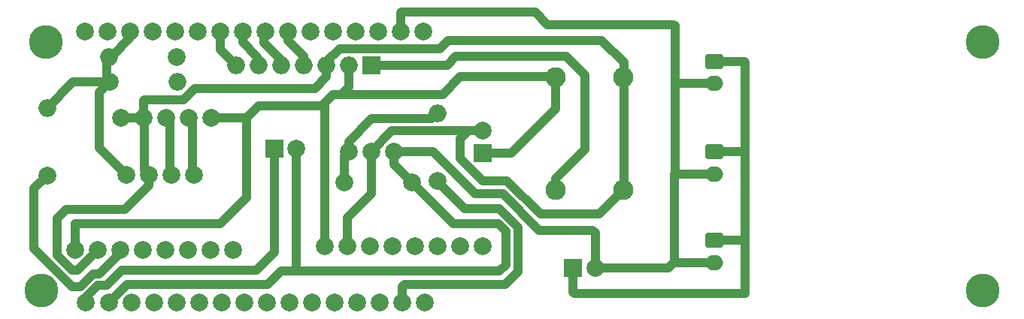
<source format=gbr>
%TF.GenerationSoftware,KiCad,Pcbnew,(6.0.7)*%
%TF.CreationDate,2022-09-01T21:18:45+02:00*%
%TF.ProjectId,AirQualitySensorBreakOutBoard,41697251-7561-46c6-9974-7953656e736f,rev?*%
%TF.SameCoordinates,Original*%
%TF.FileFunction,Copper,L1,Top*%
%TF.FilePolarity,Positive*%
%FSLAX46Y46*%
G04 Gerber Fmt 4.6, Leading zero omitted, Abs format (unit mm)*
G04 Created by KiCad (PCBNEW (6.0.7)) date 2022-09-01 21:18:45*
%MOMM*%
%LPD*%
G01*
G04 APERTURE LIST*
G04 Aperture macros list*
%AMRoundRect*
0 Rectangle with rounded corners*
0 $1 Rounding radius*
0 $2 $3 $4 $5 $6 $7 $8 $9 X,Y pos of 4 corners*
0 Add a 4 corners polygon primitive as box body*
4,1,4,$2,$3,$4,$5,$6,$7,$8,$9,$2,$3,0*
0 Add four circle primitives for the rounded corners*
1,1,$1+$1,$2,$3*
1,1,$1+$1,$4,$5*
1,1,$1+$1,$6,$7*
1,1,$1+$1,$8,$9*
0 Add four rect primitives between the rounded corners*
20,1,$1+$1,$2,$3,$4,$5,0*
20,1,$1+$1,$4,$5,$6,$7,0*
20,1,$1+$1,$6,$7,$8,$9,0*
20,1,$1+$1,$8,$9,$2,$3,0*%
G04 Aperture macros list end*
%TA.AperFunction,ComponentPad*%
%ADD10RoundRect,0.250000X-0.750000X0.600000X-0.750000X-0.600000X0.750000X-0.600000X0.750000X0.600000X0*%
%TD*%
%TA.AperFunction,ComponentPad*%
%ADD11O,2.000000X1.700000*%
%TD*%
%TA.AperFunction,ComponentPad*%
%ADD12C,3.800000*%
%TD*%
%TA.AperFunction,ComponentPad*%
%ADD13C,2.000000*%
%TD*%
%TA.AperFunction,ComponentPad*%
%ADD14R,2.000000X2.000000*%
%TD*%
%TA.AperFunction,ComponentPad*%
%ADD15O,2.000000X2.000000*%
%TD*%
%TA.AperFunction,ComponentPad*%
%ADD16C,2.286000*%
%TD*%
%TA.AperFunction,Conductor*%
%ADD17C,1.000000*%
%TD*%
G04 APERTURE END LIST*
D10*
%TO.P,J2,1,Pin_1*%
%TO.N,Solar_IN*%
X93725000Y-20050000D03*
D11*
%TO.P,J2,2,Pin_2*%
%TO.N,GND*%
X93725000Y-22550000D03*
%TD*%
D12*
%TO.P,,1*%
%TO.N,N/C*%
X123900000Y-17900000D03*
%TD*%
D13*
%TO.P,U1,1,VCC*%
%TO.N,5V0*%
X21710000Y-41365000D03*
%TO.P,U1,2,GND*%
%TO.N,VDD2*%
X24250000Y-41365000D03*
%TO.P,U1,3,SET*%
%TO.N,PULLUP_1*%
X26790000Y-41365000D03*
%TO.P,U1,4,RXD*%
%TO.N,TX1*%
X29330000Y-41365000D03*
%TO.P,U1,5,TXD*%
%TO.N,RX1*%
X31870000Y-41365000D03*
%TO.P,U1,6,RESET*%
%TO.N,PULLUP_1*%
X34410000Y-41365000D03*
%TO.P,U1,7,NC*%
%TO.N,unconnected-(U1-Pad7)*%
X36950000Y-41365000D03*
%TO.P,U1,8,NC*%
%TO.N,unconnected-(U1-Pad8)*%
X39490000Y-41365000D03*
%TD*%
D14*
%TO.P,C1,1*%
%TO.N,5V0*%
X67600000Y-30382379D03*
D13*
%TO.P,C1,2*%
%TO.N,VDD2*%
X67600000Y-27882379D03*
%TD*%
%TO.P,R1,1*%
%TO.N,VDD_EN*%
X62500000Y-33510000D03*
D15*
%TO.P,R1,2*%
%TO.N,Net-(Q1-Pad1)*%
X62500000Y-25890000D03*
%TD*%
D13*
%TO.P,U4,1,VIN*%
%TO.N,3V3*%
X27490000Y-32865000D03*
%TO.P,U4,2,GND*%
%TO.N,VDD2*%
X30030000Y-32865000D03*
%TO.P,U4,3,SCL*%
%TO.N,SCL*%
X32570000Y-32865000D03*
%TO.P,U4,4,SDA*%
%TO.N,SDA*%
X35110000Y-32865000D03*
%TD*%
%TO.P,R4,1*%
%TO.N,3V3*%
X25590000Y-22400000D03*
D15*
%TO.P,R4,2*%
%TO.N,SDA*%
X33210000Y-22400000D03*
%TD*%
D13*
%TO.P,R5,1*%
%TO.N,GND*%
X59610000Y-33700000D03*
%TO.P,R5,2*%
%TO.N,Net-(Q1-Pad1)*%
X51990000Y-33700000D03*
%TD*%
%TO.P,Q1,1,G*%
%TO.N,Net-(Q1-Pad1)*%
X52500000Y-30200000D03*
%TO.P,Q1,2,D*%
%TO.N,VDD2*%
X55040000Y-30200000D03*
%TO.P,Q1,3,S*%
%TO.N,GND*%
X57580000Y-30200000D03*
%TD*%
%TO.P,R3,1*%
%TO.N,SCL*%
X33110000Y-19600000D03*
D15*
%TO.P,R3,2*%
%TO.N,3V3*%
X25490000Y-19600000D03*
%TD*%
D12*
%TO.P,REF\u002A\u002A,1*%
%TO.N,N/C*%
X17900000Y-45900000D03*
%TD*%
D14*
%TO.P,J4,1,Pin_1*%
%TO.N,3V3*%
X55100000Y-20500000D03*
D15*
%TO.P,J4,2,Pin_2*%
%TO.N,5V0*%
X52560000Y-20500000D03*
%TO.P,J4,3,Pin_3*%
%TO.N,VDD2*%
X50020000Y-20500000D03*
%TO.P,J4,4,Pin_4*%
%TO.N,SPI_SS*%
X47480000Y-20500000D03*
%TO.P,J4,5,Pin_5*%
%TO.N,SPI_SCK*%
X44940000Y-20500000D03*
%TO.P,J4,6,Pin_6*%
%TO.N,SPI_MISO*%
X42400000Y-20500000D03*
%TO.P,J4,7,Pin_7*%
%TO.N,SPI_MOSI*%
X39860000Y-20500000D03*
%TD*%
D14*
%TO.P,C3,1*%
%TO.N,Solar_IN*%
X77800000Y-43400000D03*
D13*
%TO.P,C3,2*%
%TO.N,GND*%
X80300000Y-43400000D03*
%TD*%
D14*
%TO.P,C2,1*%
%TO.N,3V3*%
X44117621Y-29900000D03*
D13*
%TO.P,C2,2*%
%TO.N,GND*%
X46617621Y-29900000D03*
%TD*%
%TO.P,U6,0,0*%
%TO.N,unconnected-(U6-Pad0)*%
X53314649Y-16653002D03*
%TO.P,U6,01,TXD*%
%TO.N,unconnected-(U6-Pad01)*%
X22834649Y-16653002D03*
%TO.P,U6,02,02*%
%TO.N,unconnected-(U6-Pad02)*%
X48354649Y-47243002D03*
%TO.P,U6,03,RXD*%
%TO.N,unconnected-(U6-Pad03)*%
X25374649Y-16653002D03*
%TO.P,U6,3V3,3V3*%
%TO.N,3V3*%
X22894649Y-47263002D03*
X27914649Y-16653002D03*
%TO.P,U6,04,04*%
%TO.N,unconnected-(U6-Pad04)*%
X45814649Y-47243002D03*
%TO.P,U6,05,SPI__SS*%
%TO.N,SPI_SS*%
X45694649Y-16653002D03*
%TO.P,U6,12,12*%
%TO.N,VDD_EN*%
X58514649Y-47243002D03*
%TO.P,U6,13,13*%
%TO.N,unconnected-(U6-Pad13)*%
X55974649Y-47243002D03*
%TO.P,U6,14,14*%
%TO.N,unconnected-(U6-Pad14)*%
X53434649Y-47243002D03*
%TO.P,U6,15,15*%
%TO.N,unconnected-(U6-Pad15)*%
X50894649Y-47243002D03*
%TO.P,U6,18,SPI_SCK*%
%TO.N,SPI_SCK*%
X43154649Y-16653002D03*
%TO.P,U6,19,SPI_MISO*%
%TO.N,SPI_MISO*%
X40614649Y-16653002D03*
%TO.P,U6,21,I2C_SDA*%
%TO.N,SDA*%
X35534649Y-16653002D03*
%TO.P,U6,22,I2C_SCL*%
%TO.N,SCL*%
X32994649Y-16653002D03*
%TO.P,U6,23,SPI_MOSI*%
%TO.N,SPI_MOSI*%
X38074649Y-16653002D03*
%TO.P,U6,25,25*%
%TO.N,unconnected-(U6-Pad25)*%
X38194649Y-47243002D03*
%TO.P,U6,26,26*%
%TO.N,unconnected-(U6-Pad26)*%
X40734649Y-47243002D03*
%TO.P,U6,27,27*%
%TO.N,unconnected-(U6-Pad27)*%
X43274649Y-47243002D03*
%TO.P,U6,32,32*%
%TO.N,TX1*%
X28034649Y-47243002D03*
%TO.P,U6,33,33*%
%TO.N,RX1*%
X30574649Y-47243002D03*
%TO.P,U6,34,34*%
%TO.N,TX2*%
X33114649Y-47243002D03*
%TO.P,U6,35,35*%
%TO.N,RX2*%
X35654649Y-47243002D03*
%TO.P,U6,36,36*%
%TO.N,unconnected-(U6-Pad36)*%
X50774649Y-16653002D03*
%TO.P,U6,39,39*%
%TO.N,unconnected-(U6-Pad39)*%
X48234649Y-16653002D03*
%TO.P,U6,GND,GND*%
%TO.N,GND*%
X25494649Y-47243002D03*
X30454649Y-16653002D03*
X58394649Y-16653002D03*
%TO.P,U6,RST,RST*%
%TO.N,unconnected-(U6-PadRST)*%
X55854649Y-16653002D03*
%TO.P,U6,VBAT,VBAT*%
%TO.N,unconnected-(U6-PadVBAT)*%
X61054649Y-47243002D03*
%TO.P,U6,VIN,VIN*%
%TO.N,unconnected-(U6-PadVIN)*%
X60934649Y-16653002D03*
%TD*%
%TO.P,R2,1*%
%TO.N,PULLUP_1*%
X18600000Y-32910000D03*
D15*
%TO.P,R2,2*%
%TO.N,3V3*%
X18600000Y-25290000D03*
%TD*%
D13*
%TO.P,U2,1,VCC*%
%TO.N,5V0*%
X49810000Y-40880000D03*
%TO.P,U2,2,GND*%
%TO.N,VDD2*%
X52350000Y-40880000D03*
%TO.P,U2,3,SET*%
%TO.N,PULLUP_1*%
X54890000Y-40880000D03*
%TO.P,U2,4,RXD*%
%TO.N,TX2*%
X57430000Y-40880000D03*
%TO.P,U2,5,TXD*%
%TO.N,RX2*%
X59970000Y-40880000D03*
%TO.P,U2,6,RESET*%
%TO.N,PULLUP_1*%
X62510000Y-40880000D03*
%TO.P,U2,7,NC*%
%TO.N,unconnected-(U2-Pad7)*%
X65050000Y-40880000D03*
%TO.P,U2,8,NC*%
%TO.N,unconnected-(U2-Pad8)*%
X67590000Y-40880000D03*
%TD*%
D12*
%TO.P,,1*%
%TO.N,N/C*%
X18400000Y-17900000D03*
%TD*%
%TO.P,,1*%
%TO.N,N/C*%
X123900000Y-45900000D03*
%TD*%
D10*
%TO.P,J1,1,Pin_1*%
%TO.N,Solar_IN*%
X93725000Y-40250000D03*
D11*
%TO.P,J1,2,Pin_2*%
%TO.N,GND*%
X93725000Y-42750000D03*
%TD*%
D13*
%TO.P,U3,1,VDD*%
%TO.N,5V0*%
X37017024Y-26435000D03*
%TO.P,U3,2,SDA*%
%TO.N,SDA*%
X34477024Y-26435000D03*
%TO.P,U3,3,SCL*%
%TO.N,SCL*%
X31938512Y-26413488D03*
%TO.P,U3,4,SEL*%
%TO.N,VDD2*%
X29400000Y-26435001D03*
%TO.P,U3,5,GND*%
X26861488Y-26435001D03*
%TD*%
D16*
%TO.P,REF\u002A\u002A,1*%
%TO.N,3V3*%
X75785000Y-34580000D03*
%TO.P,REF\u002A\u002A,2*%
%TO.N,VDD2*%
X83405000Y-34580000D03*
%TO.P,REF\u002A\u002A,3*%
%TO.N,5V0*%
X75785000Y-21880000D03*
%TO.P,REF\u002A\u002A,4*%
%TO.N,VDD2*%
X83405000Y-21880000D03*
%TD*%
D10*
%TO.P,J3,1,Pin_1*%
%TO.N,Solar_IN*%
X93700000Y-30250000D03*
D11*
%TO.P,J3,2,Pin_2*%
%TO.N,GND*%
X93700000Y-32750000D03*
%TD*%
D17*
%TO.N,VDD2*%
X63700000Y-17700000D02*
X62800000Y-18600000D01*
X81000000Y-17700000D02*
X63700000Y-17700000D01*
X83500000Y-20200000D02*
X81000000Y-17700000D01*
X83500000Y-34500000D02*
X83500000Y-20200000D01*
X80700000Y-37300000D02*
X83500000Y-34500000D01*
X70300000Y-33500000D02*
X74100000Y-37300000D01*
X74100000Y-37300000D02*
X80700000Y-37300000D01*
X67600000Y-33500000D02*
X70300000Y-33500000D01*
X66017621Y-27882379D02*
X65100000Y-28800000D01*
X65100000Y-28800000D02*
X65100000Y-31000000D01*
X65100000Y-31000000D02*
X67600000Y-33500000D01*
X67600000Y-27882379D02*
X66017621Y-27882379D01*
%TO.N,3V3*%
X63600000Y-20500000D02*
X55100000Y-20500000D01*
X64600000Y-19500000D02*
X63600000Y-20500000D01*
X79100000Y-30000000D02*
X79100000Y-21600000D01*
X77000000Y-19500000D02*
X64600000Y-19500000D01*
X75785000Y-34580000D02*
X75785000Y-33315000D01*
X75785000Y-33315000D02*
X79100000Y-30000000D01*
X79100000Y-21600000D02*
X77000000Y-19500000D01*
%TO.N,5V0*%
X75800000Y-21800000D02*
X75800000Y-25400000D01*
X65100000Y-21800000D02*
X75800000Y-21800000D01*
X63085000Y-23815000D02*
X65100000Y-21800000D01*
X51685000Y-23815000D02*
X63085000Y-23815000D01*
X75800000Y-25400000D02*
X70817621Y-30382379D01*
X70817621Y-30382379D02*
X67600000Y-30382379D01*
%TO.N,Net-(Q1-Pad1)*%
X52500000Y-30200000D02*
X51990000Y-30710000D01*
X61890000Y-26500000D02*
X55100000Y-26500000D01*
X62495000Y-25400000D02*
X62495000Y-25515000D01*
X62500000Y-25890000D02*
X61890000Y-26500000D01*
X62495000Y-25515000D02*
X62310000Y-25700000D01*
X52500000Y-29100000D02*
X52500000Y-30200000D01*
X55100000Y-26500000D02*
X52500000Y-29100000D01*
X51990000Y-30710000D02*
X51990000Y-33700000D01*
%TO.N,VDD2*%
X29400000Y-26435001D02*
X29530000Y-26565001D01*
X19700000Y-41900000D02*
X21400000Y-43600000D01*
X19700000Y-37800000D02*
X19700000Y-41900000D01*
X30030000Y-32865000D02*
X30030000Y-34070000D01*
X55040000Y-34960000D02*
X52350000Y-37650000D01*
X50020000Y-21780000D02*
X48700000Y-23100000D01*
X29400000Y-26435001D02*
X26861488Y-26435001D01*
X48700000Y-23100000D02*
X35200000Y-23100000D01*
X29400000Y-24500000D02*
X29400000Y-26435001D01*
X27300000Y-36800000D02*
X20700000Y-36800000D01*
X50020000Y-20500000D02*
X50020000Y-21780000D01*
X24250000Y-41350000D02*
X24250000Y-40865000D01*
X20700000Y-36800000D02*
X19700000Y-37800000D01*
X52350000Y-40880000D02*
X52415126Y-40880000D01*
X21400000Y-43600000D02*
X22000000Y-43600000D01*
X67600000Y-27882379D02*
X57357621Y-27882379D01*
X62700000Y-18600000D02*
X51492234Y-18600000D01*
X51492234Y-18600000D02*
X50020000Y-20072234D01*
X50020000Y-20072234D02*
X50020000Y-20500000D01*
X55040000Y-30200000D02*
X55040000Y-34960000D01*
X29530000Y-26565001D02*
X29530000Y-32365000D01*
X52350000Y-37650000D02*
X52350000Y-40880000D01*
X29500000Y-24400000D02*
X29400000Y-24500000D01*
X33900000Y-24400000D02*
X29500000Y-24400000D01*
X35200000Y-23100000D02*
X33900000Y-24400000D01*
X22000000Y-43600000D02*
X24250000Y-41350000D01*
X30030000Y-34070000D02*
X27300000Y-36800000D01*
X29530000Y-32365000D02*
X30030000Y-32865000D01*
X57357621Y-27882379D02*
X55040000Y-30200000D01*
%TO.N,GND*%
X25494649Y-47243002D02*
X27537651Y-45200000D01*
X73500000Y-14500000D02*
X58500000Y-14500000D01*
X58500000Y-14500000D02*
X58394649Y-14605351D01*
X69400000Y-38400000D02*
X64310000Y-38400000D01*
X44900000Y-43700000D02*
X46800000Y-43700000D01*
X89200000Y-42700000D02*
X88500000Y-43400000D01*
X69500000Y-43700000D02*
X70200000Y-43000000D01*
X66800000Y-35000000D02*
X62000000Y-30200000D01*
X89250000Y-16050000D02*
X89100000Y-15900000D01*
X70200000Y-39200000D02*
X69400000Y-38400000D01*
X80300000Y-39400000D02*
X80000000Y-39100000D01*
X27537651Y-45200000D02*
X43400000Y-45200000D01*
X89250000Y-32750000D02*
X89200000Y-32800000D01*
X74900000Y-15900000D02*
X73500000Y-14500000D01*
X93700000Y-32750000D02*
X89250000Y-32750000D01*
X46617621Y-43517621D02*
X46800000Y-43700000D01*
X89250000Y-22350000D02*
X89250000Y-16050000D01*
X89250000Y-32750000D02*
X89250000Y-22350000D01*
X80300000Y-43400000D02*
X80300000Y-39400000D01*
X89150000Y-42750000D02*
X88600000Y-43300000D01*
X46800000Y-43700000D02*
X69500000Y-43700000D01*
X89450000Y-22550000D02*
X89250000Y-22350000D01*
X93725000Y-42750000D02*
X89150000Y-42750000D01*
X46617621Y-29900000D02*
X46617621Y-43517621D01*
X89100000Y-15900000D02*
X74900000Y-15900000D01*
X57580000Y-31670000D02*
X57580000Y-30200000D01*
X89200000Y-32800000D02*
X89200000Y-42700000D01*
X58394649Y-14605351D02*
X58394649Y-16653002D01*
X64310000Y-38400000D02*
X57580000Y-31670000D01*
X62000000Y-30200000D02*
X57580000Y-30200000D01*
X80000000Y-39100000D02*
X74000000Y-39100000D01*
X88500000Y-43400000D02*
X80300000Y-43400000D01*
X70200000Y-43000000D02*
X70200000Y-39200000D01*
X74000000Y-39100000D02*
X69900000Y-35000000D01*
X93725000Y-22550000D02*
X89450000Y-22550000D01*
X69900000Y-35000000D02*
X66800000Y-35000000D01*
X43400000Y-45200000D02*
X44900000Y-43700000D01*
%TO.N,SCL*%
X32400000Y-26874976D02*
X31938512Y-26413488D01*
X32900000Y-16747651D02*
X32994649Y-16653002D01*
X32400000Y-32695000D02*
X32400000Y-26874976D01*
X32570000Y-32865000D02*
X32400000Y-32695000D01*
%TO.N,5V0*%
X41065000Y-35435000D02*
X38100000Y-38400000D01*
X21700000Y-38400000D02*
X21710000Y-38410000D01*
X49810000Y-25090000D02*
X42410000Y-25090000D01*
X51685000Y-23815000D02*
X50785000Y-23815000D01*
X52560000Y-22940000D02*
X51685000Y-23815000D01*
X42410000Y-25090000D02*
X41065000Y-26435000D01*
X49810000Y-25090000D02*
X49810000Y-40880000D01*
X21710000Y-38410000D02*
X21710000Y-41365000D01*
X41065000Y-26435000D02*
X37017024Y-26435000D01*
X38100000Y-38400000D02*
X21700000Y-38400000D01*
X52560000Y-20500000D02*
X52560000Y-22940000D01*
X50785000Y-23815000D02*
X49600000Y-25000000D01*
X67600000Y-30382379D02*
X67600000Y-30800000D01*
X41065000Y-26435000D02*
X41065000Y-35435000D01*
%TO.N,PULLUP_1*%
X21400000Y-45500000D02*
X22332234Y-45500000D01*
X22332234Y-45500000D02*
X23782234Y-44050000D01*
X24450000Y-44050000D02*
X26790000Y-41710000D01*
X23782234Y-44050000D02*
X24450000Y-44050000D01*
X26790000Y-41710000D02*
X26790000Y-41365000D01*
X18600000Y-32910000D02*
X17100000Y-34410000D01*
X17100000Y-34410000D02*
X17100000Y-41200000D01*
X26790000Y-41365000D02*
X26790000Y-40865000D01*
X17100000Y-41200000D02*
X21400000Y-45500000D01*
%TO.N,SDA*%
X35900000Y-17018353D02*
X35534649Y-16653002D01*
X34900000Y-26857976D02*
X34477024Y-26435000D01*
X35110000Y-33365000D02*
X35110000Y-32865000D01*
X35110000Y-32865000D02*
X34900000Y-32655000D01*
X34900000Y-32655000D02*
X34900000Y-26857976D01*
%TO.N,3V3*%
X26900000Y-18470000D02*
X25280000Y-20090000D01*
X25280000Y-22710000D02*
X24460000Y-23530000D01*
X26900000Y-18400000D02*
X26900000Y-18470000D01*
X21490000Y-22400000D02*
X18600000Y-25290000D01*
X44117621Y-29900000D02*
X44117621Y-41582379D01*
X25590000Y-22400000D02*
X21490000Y-22400000D01*
X24460000Y-23530000D02*
X24460000Y-29835000D01*
X27914649Y-16653002D02*
X27914649Y-17385351D01*
X27914649Y-17385351D02*
X26900000Y-18400000D01*
X22894649Y-46705351D02*
X22894649Y-47263002D01*
X25280000Y-20090000D02*
X25280000Y-22710000D01*
X27000000Y-43600000D02*
X25300000Y-45300000D01*
X42100000Y-43600000D02*
X27000000Y-43600000D01*
X24460000Y-29835000D02*
X27490000Y-32865000D01*
X25300000Y-45300000D02*
X24300000Y-45300000D01*
X44117621Y-41582379D02*
X42100000Y-43600000D01*
X24300000Y-45300000D02*
X22894649Y-46705351D01*
%TO.N,Solar_IN*%
X93725000Y-40250000D02*
X96950000Y-40250000D01*
X97200000Y-20200000D02*
X97050000Y-20050000D01*
X97200000Y-30100000D02*
X97200000Y-20200000D01*
X77800000Y-46100000D02*
X77900000Y-46200000D01*
X97200000Y-40500000D02*
X97200000Y-37700000D01*
X97200000Y-37700000D02*
X97200000Y-36200000D01*
X93675000Y-19800000D02*
X93725000Y-19750000D01*
X93700000Y-30250000D02*
X97050000Y-30250000D01*
X77900000Y-46200000D02*
X97200000Y-46200000D01*
X97050000Y-20050000D02*
X93725000Y-20050000D01*
X77800000Y-43400000D02*
X77800000Y-46100000D01*
X97200000Y-36200000D02*
X97200000Y-30100000D01*
X97050000Y-30250000D02*
X97200000Y-30100000D01*
X97200000Y-46200000D02*
X97200000Y-40500000D01*
X96950000Y-40250000D02*
X97200000Y-40500000D01*
%TO.N,SPI_SS*%
X45694649Y-17694649D02*
X47480000Y-19480000D01*
X46100000Y-17058353D02*
X45694649Y-16653002D01*
X45694649Y-16653002D02*
X45694649Y-17694649D01*
X47480000Y-19480000D02*
X47480000Y-20500000D01*
%TO.N,SPI_SCK*%
X43000000Y-18000000D02*
X44850000Y-19850000D01*
X44850000Y-19850000D02*
X44850000Y-20500000D01*
X43154649Y-16653002D02*
X43000000Y-16807651D01*
X43000000Y-16807651D02*
X43000000Y-18000000D01*
%TO.N,SPI_MISO*%
X40614649Y-16653002D02*
X40614649Y-17914649D01*
X40614649Y-17914649D02*
X42250000Y-19550000D01*
X42250000Y-19550000D02*
X42250000Y-20500000D01*
%TO.N,SPI_MOSI*%
X38085000Y-16663353D02*
X38074649Y-16653002D01*
X39860000Y-20500000D02*
X38085000Y-18725000D01*
X38085000Y-18725000D02*
X38085000Y-16663353D01*
%TO.N,VDD_EN*%
X71600000Y-43800000D02*
X70174649Y-45225351D01*
X62500000Y-33600000D02*
X65600000Y-36700000D01*
X71600000Y-38800000D02*
X71600000Y-43800000D01*
X65600000Y-36700000D02*
X69500000Y-36700000D01*
X62500000Y-33510000D02*
X62500000Y-33600000D01*
X69500000Y-36700000D02*
X71600000Y-38800000D01*
X58514649Y-45485351D02*
X58514649Y-47243002D01*
X58774649Y-45225351D02*
X58514649Y-45485351D01*
X70174649Y-45225351D02*
X58774649Y-45225351D01*
%TD*%
M02*

</source>
